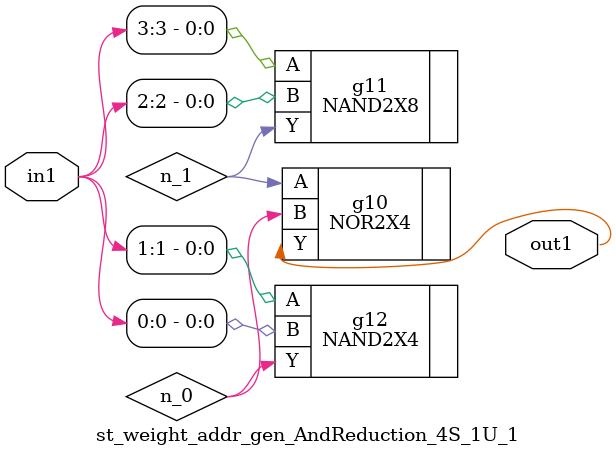
<source format=v>
`timescale 1ps / 1ps


module st_weight_addr_gen_AndReduction_4S_1U_1(in1, out1);
  input [3:0] in1;
  output out1;
  wire [3:0] in1;
  wire out1;
  wire n_0, n_1;
  NOR2X4 g10(.A (n_1), .B (n_0), .Y (out1));
  NAND2X8 g11(.A (in1[3]), .B (in1[2]), .Y (n_1));
  NAND2X4 g12(.A (in1[1]), .B (in1[0]), .Y (n_0));
endmodule



</source>
